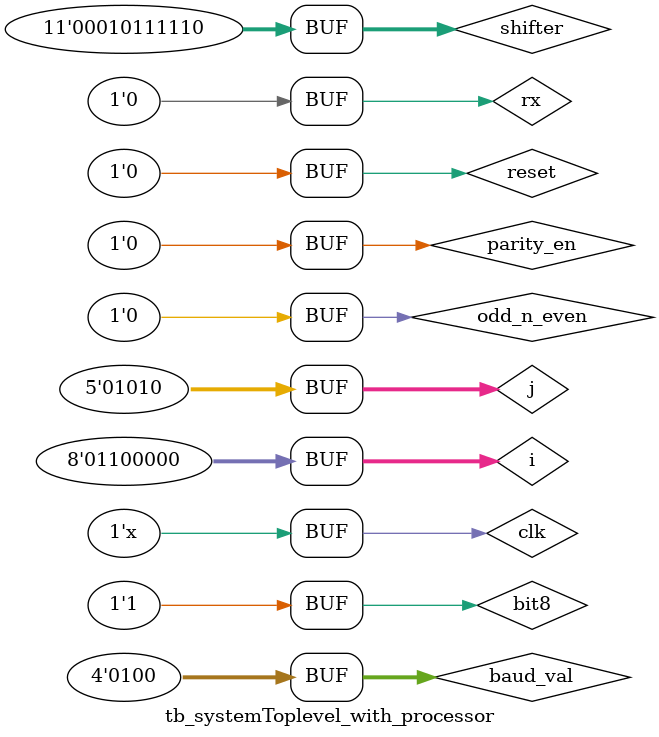
<source format=v>
`timescale 1ns / 1ps


module tb_systemToplevel_with_processor;

	// Inputs
	reg clk;
	reg reset;
	reg bit8;
	reg parity_en;
	reg odd_n_even;
	reg [3:0] baud_val;
	reg rx;

	// Outputs
	wire tx;
	
	reg [10:0] shifter;
	reg [4:0] j;
	reg [7:0] i;
	
	
	// Instantiate the Unit Under Test (UUT)
	system_toplevel uut (
		.clk(clk), 
		.reset(reset), 
		.bit8(bit8), 
		.parity_en(parity_en), 
		.odd_n_even(odd_n_even), 
		.baud_val(baud_val), 
		.rx(rx), 
		.tx(tx)
	);

	always 
		#5 clk = ~clk;
		
	initial begin
		// Initialize Inputs
		clk = 0;
		reset = 1;
		bit8 = 1;
		parity_en = 0;
		odd_n_even = 0;
		baud_val = 4'b0100; //9600 BAUD
		rx = 1;
		
		#30;
		reset = 0;
		
		
		for(i=65; i<96; i=i+1) begin
			
			#100;
			shifter = {2'b11,i,1'b0};
			for(j=0; j<10; j=j+1) begin
				rx=shifter[j];
				#104170;
			end
			#5145870;
		end
		// Wait 100 ns for global reset to finish
		#100;
        
		// Add stimulus here

	end
      
endmodule


</source>
